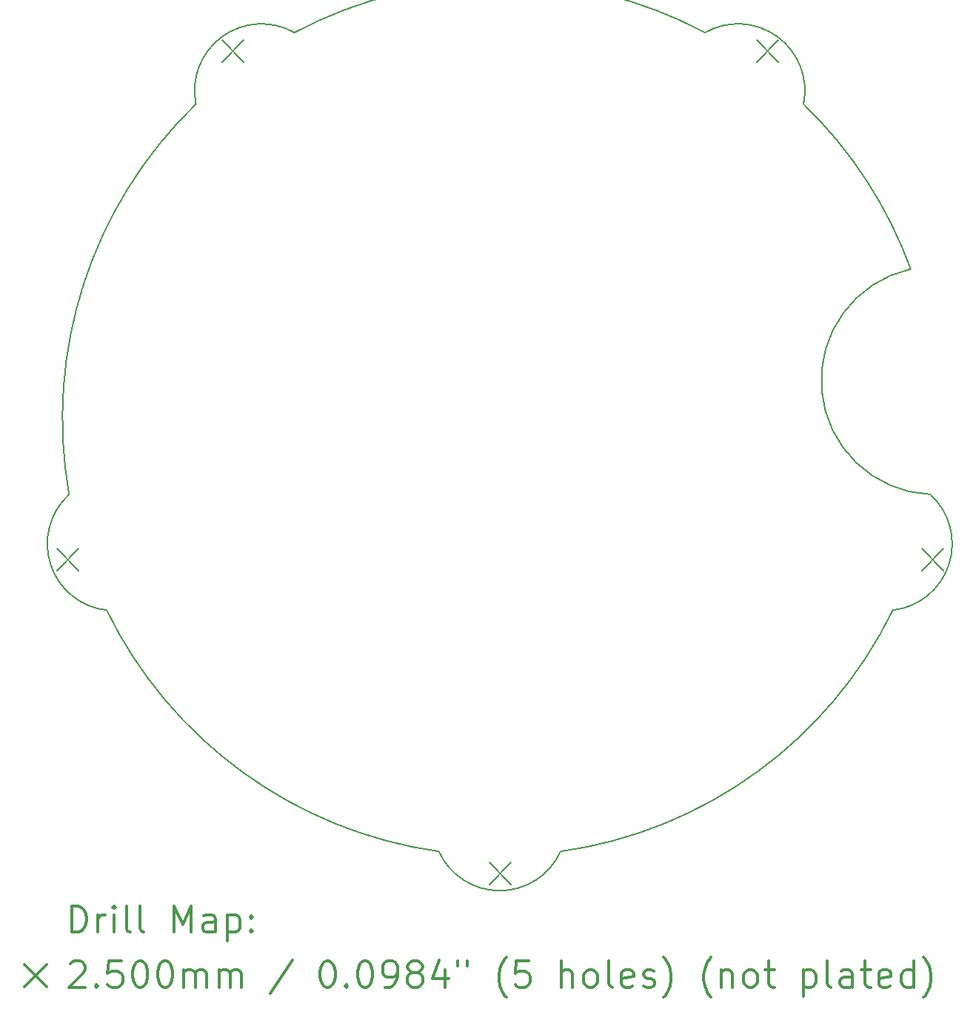
<source format=gbr>
%FSLAX45Y45*%
G04 Gerber Fmt 4.5, Leading zero omitted, Abs format (unit mm)*
G04 Created by KiCad (PCBNEW 5.1.12) date 2021-12-20 13:46:58*
%MOMM*%
%LPD*%
G01*
G04 APERTURE LIST*
%TA.AperFunction,Profile*%
%ADD10C,0.200000*%
%TD*%
%ADD11C,0.200000*%
%ADD12C,0.300000*%
G04 APERTURE END LIST*
D10*
X7647542Y-5580162D02*
G75*
G02*
X12342258Y-5580162I2347358J-4414738D01*
G01*
X5070861Y-10863141D02*
G75*
G02*
X6521608Y-6398201I4924039J868241D01*
G01*
X5500930Y-12186756D02*
G75*
G02*
X5070861Y-10863141I84843J759244D01*
G01*
X12342258Y-5580162D02*
G75*
G02*
X13468192Y-6398201I377633J-664110D01*
G01*
X14919426Y-10863162D02*
G75*
G02*
X14693363Y-8284799I56448J1304041D01*
G01*
X14919408Y-10863570D02*
G75*
G02*
X14488870Y-12186756I-515381J-563943D01*
G01*
X9299035Y-14946240D02*
G75*
G02*
X5500930Y-12186756I695866J4951340D01*
G01*
X13468192Y-6398201D02*
G75*
G02*
X14693363Y-8284799I-3473292J-3596699D01*
G01*
X14488870Y-12186756D02*
G75*
G02*
X10690766Y-14946240I-4493970J2191856D01*
G01*
X10690766Y-14946240D02*
G75*
G02*
X9299035Y-14946240I-695866J315310D01*
G01*
X6521608Y-6398201D02*
G75*
G02*
X7647542Y-5580162I748301J153929D01*
G01*
D11*
X4929506Y-11481888D02*
X5179506Y-11731888D01*
X5179506Y-11481888D02*
X4929506Y-11731888D01*
X6818517Y-5668112D02*
X7068517Y-5918112D01*
X7068517Y-5668112D02*
X6818517Y-5918112D01*
X9875000Y-15075000D02*
X10125000Y-15325000D01*
X10125000Y-15075000D02*
X9875000Y-15325000D01*
X12931483Y-5668112D02*
X13181483Y-5918112D01*
X13181483Y-5668112D02*
X12931483Y-5918112D01*
X14820494Y-11481888D02*
X15070494Y-11731888D01*
X15070494Y-11481888D02*
X14820494Y-11731888D01*
D12*
X5098232Y-15870614D02*
X5098232Y-15570614D01*
X5169661Y-15570614D01*
X5212518Y-15584900D01*
X5241089Y-15613471D01*
X5255375Y-15642043D01*
X5269661Y-15699186D01*
X5269661Y-15742043D01*
X5255375Y-15799186D01*
X5241089Y-15827757D01*
X5212518Y-15856329D01*
X5169661Y-15870614D01*
X5098232Y-15870614D01*
X5398232Y-15870614D02*
X5398232Y-15670614D01*
X5398232Y-15727757D02*
X5412518Y-15699186D01*
X5426803Y-15684900D01*
X5455375Y-15670614D01*
X5483946Y-15670614D01*
X5583946Y-15870614D02*
X5583946Y-15670614D01*
X5583946Y-15570614D02*
X5569661Y-15584900D01*
X5583946Y-15599186D01*
X5598232Y-15584900D01*
X5583946Y-15570614D01*
X5583946Y-15599186D01*
X5769660Y-15870614D02*
X5741089Y-15856329D01*
X5726803Y-15827757D01*
X5726803Y-15570614D01*
X5926803Y-15870614D02*
X5898232Y-15856329D01*
X5883946Y-15827757D01*
X5883946Y-15570614D01*
X6269660Y-15870614D02*
X6269660Y-15570614D01*
X6369660Y-15784900D01*
X6469660Y-15570614D01*
X6469660Y-15870614D01*
X6741089Y-15870614D02*
X6741089Y-15713471D01*
X6726803Y-15684900D01*
X6698232Y-15670614D01*
X6641089Y-15670614D01*
X6612518Y-15684900D01*
X6741089Y-15856329D02*
X6712518Y-15870614D01*
X6641089Y-15870614D01*
X6612518Y-15856329D01*
X6598232Y-15827757D01*
X6598232Y-15799186D01*
X6612518Y-15770614D01*
X6641089Y-15756329D01*
X6712518Y-15756329D01*
X6741089Y-15742043D01*
X6883946Y-15670614D02*
X6883946Y-15970614D01*
X6883946Y-15684900D02*
X6912518Y-15670614D01*
X6969660Y-15670614D01*
X6998232Y-15684900D01*
X7012518Y-15699186D01*
X7026803Y-15727757D01*
X7026803Y-15813471D01*
X7012518Y-15842043D01*
X6998232Y-15856329D01*
X6969660Y-15870614D01*
X6912518Y-15870614D01*
X6883946Y-15856329D01*
X7155375Y-15842043D02*
X7169660Y-15856329D01*
X7155375Y-15870614D01*
X7141089Y-15856329D01*
X7155375Y-15842043D01*
X7155375Y-15870614D01*
X7155375Y-15684900D02*
X7169660Y-15699186D01*
X7155375Y-15713471D01*
X7141089Y-15699186D01*
X7155375Y-15684900D01*
X7155375Y-15713471D01*
X4561803Y-16239900D02*
X4811803Y-16489900D01*
X4811803Y-16239900D02*
X4561803Y-16489900D01*
X5083946Y-16229186D02*
X5098232Y-16214900D01*
X5126803Y-16200614D01*
X5198232Y-16200614D01*
X5226803Y-16214900D01*
X5241089Y-16229186D01*
X5255375Y-16257757D01*
X5255375Y-16286329D01*
X5241089Y-16329186D01*
X5069661Y-16500614D01*
X5255375Y-16500614D01*
X5383946Y-16472043D02*
X5398232Y-16486329D01*
X5383946Y-16500614D01*
X5369661Y-16486329D01*
X5383946Y-16472043D01*
X5383946Y-16500614D01*
X5669660Y-16200614D02*
X5526803Y-16200614D01*
X5512518Y-16343471D01*
X5526803Y-16329186D01*
X5555375Y-16314900D01*
X5626803Y-16314900D01*
X5655375Y-16329186D01*
X5669660Y-16343471D01*
X5683946Y-16372043D01*
X5683946Y-16443471D01*
X5669660Y-16472043D01*
X5655375Y-16486329D01*
X5626803Y-16500614D01*
X5555375Y-16500614D01*
X5526803Y-16486329D01*
X5512518Y-16472043D01*
X5869660Y-16200614D02*
X5898232Y-16200614D01*
X5926803Y-16214900D01*
X5941089Y-16229186D01*
X5955375Y-16257757D01*
X5969660Y-16314900D01*
X5969660Y-16386329D01*
X5955375Y-16443471D01*
X5941089Y-16472043D01*
X5926803Y-16486329D01*
X5898232Y-16500614D01*
X5869660Y-16500614D01*
X5841089Y-16486329D01*
X5826803Y-16472043D01*
X5812518Y-16443471D01*
X5798232Y-16386329D01*
X5798232Y-16314900D01*
X5812518Y-16257757D01*
X5826803Y-16229186D01*
X5841089Y-16214900D01*
X5869660Y-16200614D01*
X6155375Y-16200614D02*
X6183946Y-16200614D01*
X6212518Y-16214900D01*
X6226803Y-16229186D01*
X6241089Y-16257757D01*
X6255375Y-16314900D01*
X6255375Y-16386329D01*
X6241089Y-16443471D01*
X6226803Y-16472043D01*
X6212518Y-16486329D01*
X6183946Y-16500614D01*
X6155375Y-16500614D01*
X6126803Y-16486329D01*
X6112518Y-16472043D01*
X6098232Y-16443471D01*
X6083946Y-16386329D01*
X6083946Y-16314900D01*
X6098232Y-16257757D01*
X6112518Y-16229186D01*
X6126803Y-16214900D01*
X6155375Y-16200614D01*
X6383946Y-16500614D02*
X6383946Y-16300614D01*
X6383946Y-16329186D02*
X6398232Y-16314900D01*
X6426803Y-16300614D01*
X6469660Y-16300614D01*
X6498232Y-16314900D01*
X6512518Y-16343471D01*
X6512518Y-16500614D01*
X6512518Y-16343471D02*
X6526803Y-16314900D01*
X6555375Y-16300614D01*
X6598232Y-16300614D01*
X6626803Y-16314900D01*
X6641089Y-16343471D01*
X6641089Y-16500614D01*
X6783946Y-16500614D02*
X6783946Y-16300614D01*
X6783946Y-16329186D02*
X6798232Y-16314900D01*
X6826803Y-16300614D01*
X6869660Y-16300614D01*
X6898232Y-16314900D01*
X6912518Y-16343471D01*
X6912518Y-16500614D01*
X6912518Y-16343471D02*
X6926803Y-16314900D01*
X6955375Y-16300614D01*
X6998232Y-16300614D01*
X7026803Y-16314900D01*
X7041089Y-16343471D01*
X7041089Y-16500614D01*
X7626803Y-16186329D02*
X7369660Y-16572043D01*
X8012518Y-16200614D02*
X8041089Y-16200614D01*
X8069660Y-16214900D01*
X8083946Y-16229186D01*
X8098232Y-16257757D01*
X8112518Y-16314900D01*
X8112518Y-16386329D01*
X8098232Y-16443471D01*
X8083946Y-16472043D01*
X8069660Y-16486329D01*
X8041089Y-16500614D01*
X8012518Y-16500614D01*
X7983946Y-16486329D01*
X7969660Y-16472043D01*
X7955375Y-16443471D01*
X7941089Y-16386329D01*
X7941089Y-16314900D01*
X7955375Y-16257757D01*
X7969660Y-16229186D01*
X7983946Y-16214900D01*
X8012518Y-16200614D01*
X8241089Y-16472043D02*
X8255375Y-16486329D01*
X8241089Y-16500614D01*
X8226803Y-16486329D01*
X8241089Y-16472043D01*
X8241089Y-16500614D01*
X8441089Y-16200614D02*
X8469661Y-16200614D01*
X8498232Y-16214900D01*
X8512518Y-16229186D01*
X8526803Y-16257757D01*
X8541089Y-16314900D01*
X8541089Y-16386329D01*
X8526803Y-16443471D01*
X8512518Y-16472043D01*
X8498232Y-16486329D01*
X8469661Y-16500614D01*
X8441089Y-16500614D01*
X8412518Y-16486329D01*
X8398232Y-16472043D01*
X8383946Y-16443471D01*
X8369660Y-16386329D01*
X8369660Y-16314900D01*
X8383946Y-16257757D01*
X8398232Y-16229186D01*
X8412518Y-16214900D01*
X8441089Y-16200614D01*
X8683946Y-16500614D02*
X8741089Y-16500614D01*
X8769661Y-16486329D01*
X8783946Y-16472043D01*
X8812518Y-16429186D01*
X8826803Y-16372043D01*
X8826803Y-16257757D01*
X8812518Y-16229186D01*
X8798232Y-16214900D01*
X8769661Y-16200614D01*
X8712518Y-16200614D01*
X8683946Y-16214900D01*
X8669661Y-16229186D01*
X8655375Y-16257757D01*
X8655375Y-16329186D01*
X8669661Y-16357757D01*
X8683946Y-16372043D01*
X8712518Y-16386329D01*
X8769661Y-16386329D01*
X8798232Y-16372043D01*
X8812518Y-16357757D01*
X8826803Y-16329186D01*
X8998232Y-16329186D02*
X8969661Y-16314900D01*
X8955375Y-16300614D01*
X8941089Y-16272043D01*
X8941089Y-16257757D01*
X8955375Y-16229186D01*
X8969661Y-16214900D01*
X8998232Y-16200614D01*
X9055375Y-16200614D01*
X9083946Y-16214900D01*
X9098232Y-16229186D01*
X9112518Y-16257757D01*
X9112518Y-16272043D01*
X9098232Y-16300614D01*
X9083946Y-16314900D01*
X9055375Y-16329186D01*
X8998232Y-16329186D01*
X8969661Y-16343471D01*
X8955375Y-16357757D01*
X8941089Y-16386329D01*
X8941089Y-16443471D01*
X8955375Y-16472043D01*
X8969661Y-16486329D01*
X8998232Y-16500614D01*
X9055375Y-16500614D01*
X9083946Y-16486329D01*
X9098232Y-16472043D01*
X9112518Y-16443471D01*
X9112518Y-16386329D01*
X9098232Y-16357757D01*
X9083946Y-16343471D01*
X9055375Y-16329186D01*
X9369661Y-16300614D02*
X9369661Y-16500614D01*
X9298232Y-16186329D02*
X9226803Y-16400614D01*
X9412518Y-16400614D01*
X9512518Y-16200614D02*
X9512518Y-16257757D01*
X9626803Y-16200614D02*
X9626803Y-16257757D01*
X10069661Y-16614900D02*
X10055375Y-16600614D01*
X10026803Y-16557757D01*
X10012518Y-16529186D01*
X9998232Y-16486329D01*
X9983946Y-16414900D01*
X9983946Y-16357757D01*
X9998232Y-16286329D01*
X10012518Y-16243471D01*
X10026803Y-16214900D01*
X10055375Y-16172043D01*
X10069661Y-16157757D01*
X10326803Y-16200614D02*
X10183946Y-16200614D01*
X10169661Y-16343471D01*
X10183946Y-16329186D01*
X10212518Y-16314900D01*
X10283946Y-16314900D01*
X10312518Y-16329186D01*
X10326803Y-16343471D01*
X10341089Y-16372043D01*
X10341089Y-16443471D01*
X10326803Y-16472043D01*
X10312518Y-16486329D01*
X10283946Y-16500614D01*
X10212518Y-16500614D01*
X10183946Y-16486329D01*
X10169661Y-16472043D01*
X10698232Y-16500614D02*
X10698232Y-16200614D01*
X10826803Y-16500614D02*
X10826803Y-16343471D01*
X10812518Y-16314900D01*
X10783946Y-16300614D01*
X10741089Y-16300614D01*
X10712518Y-16314900D01*
X10698232Y-16329186D01*
X11012518Y-16500614D02*
X10983946Y-16486329D01*
X10969661Y-16472043D01*
X10955375Y-16443471D01*
X10955375Y-16357757D01*
X10969661Y-16329186D01*
X10983946Y-16314900D01*
X11012518Y-16300614D01*
X11055375Y-16300614D01*
X11083946Y-16314900D01*
X11098232Y-16329186D01*
X11112518Y-16357757D01*
X11112518Y-16443471D01*
X11098232Y-16472043D01*
X11083946Y-16486329D01*
X11055375Y-16500614D01*
X11012518Y-16500614D01*
X11283946Y-16500614D02*
X11255375Y-16486329D01*
X11241089Y-16457757D01*
X11241089Y-16200614D01*
X11512518Y-16486329D02*
X11483946Y-16500614D01*
X11426803Y-16500614D01*
X11398232Y-16486329D01*
X11383946Y-16457757D01*
X11383946Y-16343471D01*
X11398232Y-16314900D01*
X11426803Y-16300614D01*
X11483946Y-16300614D01*
X11512518Y-16314900D01*
X11526803Y-16343471D01*
X11526803Y-16372043D01*
X11383946Y-16400614D01*
X11641089Y-16486329D02*
X11669660Y-16500614D01*
X11726803Y-16500614D01*
X11755375Y-16486329D01*
X11769660Y-16457757D01*
X11769660Y-16443471D01*
X11755375Y-16414900D01*
X11726803Y-16400614D01*
X11683946Y-16400614D01*
X11655375Y-16386329D01*
X11641089Y-16357757D01*
X11641089Y-16343471D01*
X11655375Y-16314900D01*
X11683946Y-16300614D01*
X11726803Y-16300614D01*
X11755375Y-16314900D01*
X11869660Y-16614900D02*
X11883946Y-16600614D01*
X11912518Y-16557757D01*
X11926803Y-16529186D01*
X11941089Y-16486329D01*
X11955375Y-16414900D01*
X11955375Y-16357757D01*
X11941089Y-16286329D01*
X11926803Y-16243471D01*
X11912518Y-16214900D01*
X11883946Y-16172043D01*
X11869660Y-16157757D01*
X12412518Y-16614900D02*
X12398232Y-16600614D01*
X12369660Y-16557757D01*
X12355375Y-16529186D01*
X12341089Y-16486329D01*
X12326803Y-16414900D01*
X12326803Y-16357757D01*
X12341089Y-16286329D01*
X12355375Y-16243471D01*
X12369660Y-16214900D01*
X12398232Y-16172043D01*
X12412518Y-16157757D01*
X12526803Y-16300614D02*
X12526803Y-16500614D01*
X12526803Y-16329186D02*
X12541089Y-16314900D01*
X12569660Y-16300614D01*
X12612518Y-16300614D01*
X12641089Y-16314900D01*
X12655375Y-16343471D01*
X12655375Y-16500614D01*
X12841089Y-16500614D02*
X12812518Y-16486329D01*
X12798232Y-16472043D01*
X12783946Y-16443471D01*
X12783946Y-16357757D01*
X12798232Y-16329186D01*
X12812518Y-16314900D01*
X12841089Y-16300614D01*
X12883946Y-16300614D01*
X12912518Y-16314900D01*
X12926803Y-16329186D01*
X12941089Y-16357757D01*
X12941089Y-16443471D01*
X12926803Y-16472043D01*
X12912518Y-16486329D01*
X12883946Y-16500614D01*
X12841089Y-16500614D01*
X13026803Y-16300614D02*
X13141089Y-16300614D01*
X13069660Y-16200614D02*
X13069660Y-16457757D01*
X13083946Y-16486329D01*
X13112518Y-16500614D01*
X13141089Y-16500614D01*
X13469660Y-16300614D02*
X13469660Y-16600614D01*
X13469660Y-16314900D02*
X13498232Y-16300614D01*
X13555375Y-16300614D01*
X13583946Y-16314900D01*
X13598232Y-16329186D01*
X13612518Y-16357757D01*
X13612518Y-16443471D01*
X13598232Y-16472043D01*
X13583946Y-16486329D01*
X13555375Y-16500614D01*
X13498232Y-16500614D01*
X13469660Y-16486329D01*
X13783946Y-16500614D02*
X13755375Y-16486329D01*
X13741089Y-16457757D01*
X13741089Y-16200614D01*
X14026803Y-16500614D02*
X14026803Y-16343471D01*
X14012518Y-16314900D01*
X13983946Y-16300614D01*
X13926803Y-16300614D01*
X13898232Y-16314900D01*
X14026803Y-16486329D02*
X13998232Y-16500614D01*
X13926803Y-16500614D01*
X13898232Y-16486329D01*
X13883946Y-16457757D01*
X13883946Y-16429186D01*
X13898232Y-16400614D01*
X13926803Y-16386329D01*
X13998232Y-16386329D01*
X14026803Y-16372043D01*
X14126803Y-16300614D02*
X14241089Y-16300614D01*
X14169660Y-16200614D02*
X14169660Y-16457757D01*
X14183946Y-16486329D01*
X14212518Y-16500614D01*
X14241089Y-16500614D01*
X14455375Y-16486329D02*
X14426803Y-16500614D01*
X14369660Y-16500614D01*
X14341089Y-16486329D01*
X14326803Y-16457757D01*
X14326803Y-16343471D01*
X14341089Y-16314900D01*
X14369660Y-16300614D01*
X14426803Y-16300614D01*
X14455375Y-16314900D01*
X14469660Y-16343471D01*
X14469660Y-16372043D01*
X14326803Y-16400614D01*
X14726803Y-16500614D02*
X14726803Y-16200614D01*
X14726803Y-16486329D02*
X14698232Y-16500614D01*
X14641089Y-16500614D01*
X14612518Y-16486329D01*
X14598232Y-16472043D01*
X14583946Y-16443471D01*
X14583946Y-16357757D01*
X14598232Y-16329186D01*
X14612518Y-16314900D01*
X14641089Y-16300614D01*
X14698232Y-16300614D01*
X14726803Y-16314900D01*
X14841089Y-16614900D02*
X14855375Y-16600614D01*
X14883946Y-16557757D01*
X14898232Y-16529186D01*
X14912518Y-16486329D01*
X14926803Y-16414900D01*
X14926803Y-16357757D01*
X14912518Y-16286329D01*
X14898232Y-16243471D01*
X14883946Y-16214900D01*
X14855375Y-16172043D01*
X14841089Y-16157757D01*
M02*

</source>
